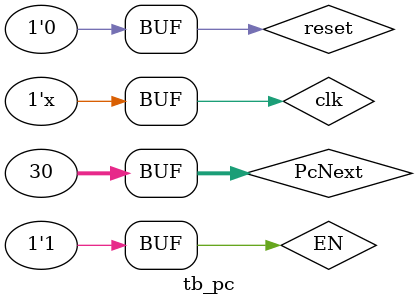
<source format=v>
`timescale 1ns / 1ps


module tb_pc();
   reg clk;
   reg reset;
   wire EN;
   wire [31:0] PcNext;
    reg [31:0] PCAddr;

   PC T2( .CLK(clk), .Reset(reset), .EN(EN), .PcNext(PcNext),.PCAddr(PCAddr));
     always #10 clk = ~clk; 

        initial begin
       EN=1;
       reset = 1;
        PcNext<=30;
        #50 reset=0;
       end
endmodule

</source>
